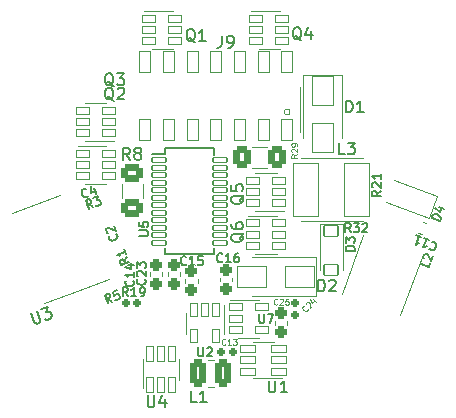
<source format=gto>
%TF.GenerationSoftware,KiCad,Pcbnew,(6.0.5)*%
%TF.CreationDate,2022-06-17T18:07:44-04:00*%
%TF.ProjectId,Maka_BMS,4d616b61-5f42-44d5-932e-6b696361645f,rev?*%
%TF.SameCoordinates,Original*%
%TF.FileFunction,Legend,Top*%
%TF.FilePolarity,Positive*%
%FSLAX46Y46*%
G04 Gerber Fmt 4.6, Leading zero omitted, Abs format (unit mm)*
G04 Created by KiCad (PCBNEW (6.0.5)) date 2022-06-17 18:07:44*
%MOMM*%
%LPD*%
G01*
G04 APERTURE LIST*
G04 Aperture macros list*
%AMRoundRect*
0 Rectangle with rounded corners*
0 $1 Rounding radius*
0 $2 $3 $4 $5 $6 $7 $8 $9 X,Y pos of 4 corners*
0 Add a 4 corners polygon primitive as box body*
4,1,4,$2,$3,$4,$5,$6,$7,$8,$9,$2,$3,0*
0 Add four circle primitives for the rounded corners*
1,1,$1+$1,$2,$3*
1,1,$1+$1,$4,$5*
1,1,$1+$1,$6,$7*
1,1,$1+$1,$8,$9*
0 Add four rect primitives between the rounded corners*
20,1,$1+$1,$2,$3,$4,$5,0*
20,1,$1+$1,$4,$5,$6,$7,0*
20,1,$1+$1,$6,$7,$8,$9,0*
20,1,$1+$1,$8,$9,$2,$3,0*%
G04 Aperture macros list end*
%ADD10C,0.150000*%
%ADD11C,0.110000*%
%ADD12C,0.125000*%
%ADD13C,0.120000*%
%ADD14RoundRect,0.300000X-0.375000X-0.850000X0.375000X-0.850000X0.375000X0.850000X-0.375000X0.850000X0*%
%ADD15RoundRect,0.050000X0.325000X-0.610000X0.325000X0.610000X-0.325000X0.610000X-0.325000X-0.610000X0*%
%ADD16RoundRect,0.050000X-0.530000X-0.325000X0.530000X-0.325000X0.530000X0.325000X-0.530000X0.325000X0*%
%ADD17RoundRect,0.268750X-0.256250X0.218750X-0.256250X-0.218750X0.256250X-0.218750X0.256250X0.218750X0*%
%ADD18RoundRect,0.050000X-1.746637X1.779715X-2.481980X-0.240624X1.746637X-1.779715X2.481980X0.240624X0*%
%ADD19RoundRect,0.050000X-0.500000X-0.875000X0.500000X-0.875000X0.500000X0.875000X-0.500000X0.875000X0*%
%ADD20RoundRect,0.050000X0.530000X0.325000X-0.530000X0.325000X-0.530000X-0.325000X0.530000X-0.325000X0*%
%ADD21RoundRect,0.300001X-0.462499X-0.624999X0.462499X-0.624999X0.462499X0.624999X-0.462499X0.624999X0*%
%ADD22RoundRect,0.050000X-0.325000X0.530000X-0.325000X-0.530000X0.325000X-0.530000X0.325000X0.530000X0*%
%ADD23RoundRect,0.197500X-0.147500X-0.172500X0.147500X-0.172500X0.147500X0.172500X-0.147500X0.172500X0*%
%ADD24RoundRect,0.050000X-0.600000X0.450000X-0.600000X-0.450000X0.600000X-0.450000X0.600000X0.450000X0*%
%ADD25RoundRect,0.300001X-0.624999X0.462499X-0.624999X-0.462499X0.624999X-0.462499X0.624999X0.462499X0*%
%ADD26RoundRect,0.050000X0.610000X0.325000X-0.610000X0.325000X-0.610000X-0.325000X0.610000X-0.325000X0*%
%ADD27RoundRect,0.050000X-0.900000X1.250000X-0.900000X-1.250000X0.900000X-1.250000X0.900000X1.250000X0*%
%ADD28RoundRect,0.197500X-0.212545X0.079606X-0.111649X-0.197603X0.212545X-0.079606X0.111649X0.197603X0*%
%ADD29RoundRect,0.197500X-0.079606X-0.212545X0.197603X-0.111649X0.079606X0.212545X-0.197603X0.111649X0*%
%ADD30RoundRect,0.197500X0.079606X0.212545X-0.197603X0.111649X-0.079606X-0.212545X0.197603X-0.111649X0*%
%ADD31RoundRect,0.050000X1.250000X0.900000X-1.250000X0.900000X-1.250000X-0.900000X1.250000X-0.900000X0*%
%ADD32RoundRect,0.050000X-1.075000X-2.250000X1.075000X-2.250000X1.075000X2.250000X-1.075000X2.250000X0*%
%ADD33RoundRect,0.268750X-0.293200X-0.165979X0.117915X-0.315613X0.293200X0.165979X-0.117915X0.315613X0*%
%ADD34RoundRect,0.197500X0.197603X0.111649X-0.079606X0.212545X-0.197603X-0.111649X0.079606X-0.212545X0*%
%ADD35RoundRect,0.050000X1.320061X0.264462X-0.841232X1.051108X-1.320061X-0.264462X0.841232X-1.051108X0*%
%ADD36RoundRect,0.050000X0.826722X0.444022X-0.347894X0.871547X-0.826722X-0.444022X0.347894X-0.871547X0*%
%ADD37RoundRect,0.197500X-0.197603X-0.111649X0.079606X-0.212545X0.197603X0.111649X-0.079606X0.212545X0*%
%ADD38RoundRect,0.050000X-0.600000X-0.200000X0.600000X-0.200000X0.600000X0.200000X-0.600000X0.200000X0*%
%ADD39RoundRect,0.150000X0.564852X0.312007X-0.633256X-0.124069X-0.564852X-0.312007X0.633256X0.124069X0*%
%ADD40RoundRect,0.197500X0.172500X-0.147500X0.172500X0.147500X-0.172500X0.147500X-0.172500X-0.147500X0*%
%ADD41RoundRect,0.268750X0.256250X-0.218750X0.256250X0.218750X-0.256250X0.218750X-0.256250X-0.218750X0*%
%ADD42C,1.600000*%
G04 APERTURE END LIST*
D10*
%TO.C,L1*%
X150733333Y-119902380D02*
X150257142Y-119902380D01*
X150257142Y-118902380D01*
X151590476Y-119902380D02*
X151019047Y-119902380D01*
X151304761Y-119902380D02*
X151304761Y-118902380D01*
X151209523Y-119045238D01*
X151114285Y-119140476D01*
X151019047Y-119188095D01*
%TO.C,U4*%
X146588095Y-119302380D02*
X146588095Y-120111904D01*
X146635714Y-120207142D01*
X146683333Y-120254761D01*
X146778571Y-120302380D01*
X146969047Y-120302380D01*
X147064285Y-120254761D01*
X147111904Y-120207142D01*
X147159523Y-120111904D01*
X147159523Y-119302380D01*
X148064285Y-119635714D02*
X148064285Y-120302380D01*
X147826190Y-119254761D02*
X147588095Y-119969047D01*
X148207142Y-119969047D01*
%TO.C,Q4*%
X159604761Y-89247619D02*
X159509523Y-89200000D01*
X159414285Y-89104761D01*
X159271428Y-88961904D01*
X159176190Y-88914285D01*
X159080952Y-88914285D01*
X159128571Y-89152380D02*
X159033333Y-89104761D01*
X158938095Y-89009523D01*
X158890476Y-88819047D01*
X158890476Y-88485714D01*
X158938095Y-88295238D01*
X159033333Y-88200000D01*
X159128571Y-88152380D01*
X159319047Y-88152380D01*
X159414285Y-88200000D01*
X159509523Y-88295238D01*
X159557142Y-88485714D01*
X159557142Y-88819047D01*
X159509523Y-89009523D01*
X159414285Y-89104761D01*
X159319047Y-89152380D01*
X159128571Y-89152380D01*
X160414285Y-88485714D02*
X160414285Y-89152380D01*
X160176190Y-88104761D02*
X159938095Y-88819047D01*
X160557142Y-88819047D01*
%TO.C,C16*%
X152907857Y-107957857D02*
X152872142Y-107993571D01*
X152765000Y-108029285D01*
X152693571Y-108029285D01*
X152586428Y-107993571D01*
X152515000Y-107922142D01*
X152479285Y-107850714D01*
X152443571Y-107707857D01*
X152443571Y-107600714D01*
X152479285Y-107457857D01*
X152515000Y-107386428D01*
X152586428Y-107315000D01*
X152693571Y-107279285D01*
X152765000Y-107279285D01*
X152872142Y-107315000D01*
X152907857Y-107350714D01*
X153622142Y-108029285D02*
X153193571Y-108029285D01*
X153407857Y-108029285D02*
X153407857Y-107279285D01*
X153336428Y-107386428D01*
X153265000Y-107457857D01*
X153193571Y-107493571D01*
X154265000Y-107279285D02*
X154122142Y-107279285D01*
X154050714Y-107315000D01*
X154015000Y-107350714D01*
X153943571Y-107457857D01*
X153907857Y-107600714D01*
X153907857Y-107886428D01*
X153943571Y-107957857D01*
X153979285Y-107993571D01*
X154050714Y-108029285D01*
X154193571Y-108029285D01*
X154265000Y-107993571D01*
X154300714Y-107957857D01*
X154336428Y-107886428D01*
X154336428Y-107707857D01*
X154300714Y-107636428D01*
X154265000Y-107600714D01*
X154193571Y-107565000D01*
X154050714Y-107565000D01*
X153979285Y-107600714D01*
X153943571Y-107636428D01*
X153907857Y-107707857D01*
%TO.C,L2*%
X170526070Y-108133504D02*
X170403920Y-108469108D01*
X169699151Y-108212593D01*
X169961712Y-107700056D02*
X169940366Y-107654280D01*
X169931236Y-107574944D01*
X169992311Y-107407142D01*
X170050301Y-107352236D01*
X170096077Y-107330891D01*
X170175413Y-107321760D01*
X170242534Y-107346190D01*
X170331000Y-107416396D01*
X170587145Y-107965701D01*
X170745940Y-107529416D01*
%TO.C,J9*%
X152866666Y-88852380D02*
X152866666Y-89566666D01*
X152819047Y-89709523D01*
X152723809Y-89804761D01*
X152580952Y-89852380D01*
X152485714Y-89852380D01*
X153390476Y-89852380D02*
X153580952Y-89852380D01*
X153676190Y-89804761D01*
X153723809Y-89757142D01*
X153819047Y-89614285D01*
X153866666Y-89423809D01*
X153866666Y-89042857D01*
X153819047Y-88947619D01*
X153771428Y-88900000D01*
X153676190Y-88852380D01*
X153485714Y-88852380D01*
X153390476Y-88900000D01*
X153342857Y-88947619D01*
X153295238Y-89042857D01*
X153295238Y-89280952D01*
X153342857Y-89376190D01*
X153390476Y-89423809D01*
X153485714Y-89471428D01*
X153676190Y-89471428D01*
X153771428Y-89423809D01*
X153819047Y-89376190D01*
X153866666Y-89280952D01*
%TO.C,Q5*%
X154747619Y-102345238D02*
X154700000Y-102440476D01*
X154604761Y-102535714D01*
X154461904Y-102678571D01*
X154414285Y-102773809D01*
X154414285Y-102869047D01*
X154652380Y-102821428D02*
X154604761Y-102916666D01*
X154509523Y-103011904D01*
X154319047Y-103059523D01*
X153985714Y-103059523D01*
X153795238Y-103011904D01*
X153700000Y-102916666D01*
X153652380Y-102821428D01*
X153652380Y-102630952D01*
X153700000Y-102535714D01*
X153795238Y-102440476D01*
X153985714Y-102392857D01*
X154319047Y-102392857D01*
X154509523Y-102440476D01*
X154604761Y-102535714D01*
X154652380Y-102630952D01*
X154652380Y-102821428D01*
X153652380Y-101488095D02*
X153652380Y-101964285D01*
X154128571Y-102011904D01*
X154080952Y-101964285D01*
X154033333Y-101869047D01*
X154033333Y-101630952D01*
X154080952Y-101535714D01*
X154128571Y-101488095D01*
X154223809Y-101440476D01*
X154461904Y-101440476D01*
X154557142Y-101488095D01*
X154604761Y-101535714D01*
X154652380Y-101630952D01*
X154652380Y-101869047D01*
X154604761Y-101964285D01*
X154557142Y-102011904D01*
%TO.C,Q3*%
X143704761Y-93147619D02*
X143609523Y-93100000D01*
X143514285Y-93004761D01*
X143371428Y-92861904D01*
X143276190Y-92814285D01*
X143180952Y-92814285D01*
X143228571Y-93052380D02*
X143133333Y-93004761D01*
X143038095Y-92909523D01*
X142990476Y-92719047D01*
X142990476Y-92385714D01*
X143038095Y-92195238D01*
X143133333Y-92100000D01*
X143228571Y-92052380D01*
X143419047Y-92052380D01*
X143514285Y-92100000D01*
X143609523Y-92195238D01*
X143657142Y-92385714D01*
X143657142Y-92719047D01*
X143609523Y-92909523D01*
X143514285Y-93004761D01*
X143419047Y-93052380D01*
X143228571Y-93052380D01*
X143990476Y-92052380D02*
X144609523Y-92052380D01*
X144276190Y-92433333D01*
X144419047Y-92433333D01*
X144514285Y-92480952D01*
X144561904Y-92528571D01*
X144609523Y-92623809D01*
X144609523Y-92861904D01*
X144561904Y-92957142D01*
X144514285Y-93004761D01*
X144419047Y-93052380D01*
X144133333Y-93052380D01*
X144038095Y-93004761D01*
X143990476Y-92957142D01*
%TO.C,Q2*%
X143704761Y-94347619D02*
X143609523Y-94300000D01*
X143514285Y-94204761D01*
X143371428Y-94061904D01*
X143276190Y-94014285D01*
X143180952Y-94014285D01*
X143228571Y-94252380D02*
X143133333Y-94204761D01*
X143038095Y-94109523D01*
X142990476Y-93919047D01*
X142990476Y-93585714D01*
X143038095Y-93395238D01*
X143133333Y-93300000D01*
X143228571Y-93252380D01*
X143419047Y-93252380D01*
X143514285Y-93300000D01*
X143609523Y-93395238D01*
X143657142Y-93585714D01*
X143657142Y-93919047D01*
X143609523Y-94109523D01*
X143514285Y-94204761D01*
X143419047Y-94252380D01*
X143228571Y-94252380D01*
X144038095Y-93347619D02*
X144085714Y-93300000D01*
X144180952Y-93252380D01*
X144419047Y-93252380D01*
X144514285Y-93300000D01*
X144561904Y-93347619D01*
X144609523Y-93442857D01*
X144609523Y-93538095D01*
X144561904Y-93680952D01*
X143990476Y-94252380D01*
X144609523Y-94252380D01*
%TO.C,C23*%
X146367857Y-109482142D02*
X146403571Y-109517857D01*
X146439285Y-109625000D01*
X146439285Y-109696428D01*
X146403571Y-109803571D01*
X146332142Y-109875000D01*
X146260714Y-109910714D01*
X146117857Y-109946428D01*
X146010714Y-109946428D01*
X145867857Y-109910714D01*
X145796428Y-109875000D01*
X145725000Y-109803571D01*
X145689285Y-109696428D01*
X145689285Y-109625000D01*
X145725000Y-109517857D01*
X145760714Y-109482142D01*
X145760714Y-109196428D02*
X145725000Y-109160714D01*
X145689285Y-109089285D01*
X145689285Y-108910714D01*
X145725000Y-108839285D01*
X145760714Y-108803571D01*
X145832142Y-108767857D01*
X145903571Y-108767857D01*
X146010714Y-108803571D01*
X146439285Y-109232142D01*
X146439285Y-108767857D01*
X145689285Y-108517857D02*
X145689285Y-108053571D01*
X145975000Y-108303571D01*
X145975000Y-108196428D01*
X146010714Y-108125000D01*
X146046428Y-108089285D01*
X146117857Y-108053571D01*
X146296428Y-108053571D01*
X146367857Y-108089285D01*
X146403571Y-108125000D01*
X146439285Y-108196428D01*
X146439285Y-108410714D01*
X146403571Y-108482142D01*
X146367857Y-108517857D01*
D11*
%TO.C,R29*%
X159256190Y-98901428D02*
X159018095Y-99068095D01*
X159256190Y-99187142D02*
X158756190Y-99187142D01*
X158756190Y-98996666D01*
X158780000Y-98949047D01*
X158803809Y-98925238D01*
X158851428Y-98901428D01*
X158922857Y-98901428D01*
X158970476Y-98925238D01*
X158994285Y-98949047D01*
X159018095Y-98996666D01*
X159018095Y-99187142D01*
X158803809Y-98710952D02*
X158780000Y-98687142D01*
X158756190Y-98639523D01*
X158756190Y-98520476D01*
X158780000Y-98472857D01*
X158803809Y-98449047D01*
X158851428Y-98425238D01*
X158899047Y-98425238D01*
X158970476Y-98449047D01*
X159256190Y-98734761D01*
X159256190Y-98425238D01*
X159256190Y-98187142D02*
X159256190Y-98091904D01*
X159232380Y-98044285D01*
X159208571Y-98020476D01*
X159137142Y-97972857D01*
X159041904Y-97949047D01*
X158851428Y-97949047D01*
X158803809Y-97972857D01*
X158780000Y-97996666D01*
X158756190Y-98044285D01*
X158756190Y-98139523D01*
X158780000Y-98187142D01*
X158803809Y-98210952D01*
X158851428Y-98234761D01*
X158970476Y-98234761D01*
X159018095Y-98210952D01*
X159041904Y-98187142D01*
X159065714Y-98139523D01*
X159065714Y-98044285D01*
X159041904Y-97996666D01*
X159018095Y-97972857D01*
X158970476Y-97949047D01*
D10*
%TO.C,U2*%
X150878571Y-115239285D02*
X150878571Y-115846428D01*
X150914285Y-115917857D01*
X150950000Y-115953571D01*
X151021428Y-115989285D01*
X151164285Y-115989285D01*
X151235714Y-115953571D01*
X151271428Y-115917857D01*
X151307142Y-115846428D01*
X151307142Y-115239285D01*
X151628571Y-115310714D02*
X151664285Y-115275000D01*
X151735714Y-115239285D01*
X151914285Y-115239285D01*
X151985714Y-115275000D01*
X152021428Y-115310714D01*
X152057142Y-115382142D01*
X152057142Y-115453571D01*
X152021428Y-115560714D01*
X151592857Y-115989285D01*
X152057142Y-115989285D01*
%TO.C,R19*%
X144917857Y-110909285D02*
X144667857Y-110552142D01*
X144489285Y-110909285D02*
X144489285Y-110159285D01*
X144775000Y-110159285D01*
X144846428Y-110195000D01*
X144882142Y-110230714D01*
X144917857Y-110302142D01*
X144917857Y-110409285D01*
X144882142Y-110480714D01*
X144846428Y-110516428D01*
X144775000Y-110552142D01*
X144489285Y-110552142D01*
X145632142Y-110909285D02*
X145203571Y-110909285D01*
X145417857Y-110909285D02*
X145417857Y-110159285D01*
X145346428Y-110266428D01*
X145275000Y-110337857D01*
X145203571Y-110373571D01*
X145989285Y-110909285D02*
X146132142Y-110909285D01*
X146203571Y-110873571D01*
X146239285Y-110837857D01*
X146310714Y-110730714D01*
X146346428Y-110587857D01*
X146346428Y-110302142D01*
X146310714Y-110230714D01*
X146275000Y-110195000D01*
X146203571Y-110159285D01*
X146060714Y-110159285D01*
X145989285Y-110195000D01*
X145953571Y-110230714D01*
X145917857Y-110302142D01*
X145917857Y-110480714D01*
X145953571Y-110552142D01*
X145989285Y-110587857D01*
X146060714Y-110623571D01*
X146203571Y-110623571D01*
X146275000Y-110587857D01*
X146310714Y-110552142D01*
X146346428Y-110480714D01*
%TO.C,C15*%
X149847857Y-108197857D02*
X149812142Y-108233571D01*
X149705000Y-108269285D01*
X149633571Y-108269285D01*
X149526428Y-108233571D01*
X149455000Y-108162142D01*
X149419285Y-108090714D01*
X149383571Y-107947857D01*
X149383571Y-107840714D01*
X149419285Y-107697857D01*
X149455000Y-107626428D01*
X149526428Y-107555000D01*
X149633571Y-107519285D01*
X149705000Y-107519285D01*
X149812142Y-107555000D01*
X149847857Y-107590714D01*
X150562142Y-108269285D02*
X150133571Y-108269285D01*
X150347857Y-108269285D02*
X150347857Y-107519285D01*
X150276428Y-107626428D01*
X150205000Y-107697857D01*
X150133571Y-107733571D01*
X151240714Y-107519285D02*
X150883571Y-107519285D01*
X150847857Y-107876428D01*
X150883571Y-107840714D01*
X150955000Y-107805000D01*
X151133571Y-107805000D01*
X151205000Y-107840714D01*
X151240714Y-107876428D01*
X151276428Y-107947857D01*
X151276428Y-108126428D01*
X151240714Y-108197857D01*
X151205000Y-108233571D01*
X151133571Y-108269285D01*
X150955000Y-108269285D01*
X150883571Y-108233571D01*
X150847857Y-108197857D01*
%TO.C,D3*%
X164129285Y-107053571D02*
X163379285Y-107053571D01*
X163379285Y-106875000D01*
X163415000Y-106767857D01*
X163486428Y-106696428D01*
X163557857Y-106660714D01*
X163700714Y-106625000D01*
X163807857Y-106625000D01*
X163950714Y-106660714D01*
X164022142Y-106696428D01*
X164093571Y-106767857D01*
X164129285Y-106875000D01*
X164129285Y-107053571D01*
X163379285Y-106375000D02*
X163379285Y-105910714D01*
X163665000Y-106160714D01*
X163665000Y-106053571D01*
X163700714Y-105982142D01*
X163736428Y-105946428D01*
X163807857Y-105910714D01*
X163986428Y-105910714D01*
X164057857Y-105946428D01*
X164093571Y-105982142D01*
X164129285Y-106053571D01*
X164129285Y-106267857D01*
X164093571Y-106339285D01*
X164057857Y-106375000D01*
%TO.C,Q1*%
X150604761Y-89397619D02*
X150509523Y-89350000D01*
X150414285Y-89254761D01*
X150271428Y-89111904D01*
X150176190Y-89064285D01*
X150080952Y-89064285D01*
X150128571Y-89302380D02*
X150033333Y-89254761D01*
X149938095Y-89159523D01*
X149890476Y-88969047D01*
X149890476Y-88635714D01*
X149938095Y-88445238D01*
X150033333Y-88350000D01*
X150128571Y-88302380D01*
X150319047Y-88302380D01*
X150414285Y-88350000D01*
X150509523Y-88445238D01*
X150557142Y-88635714D01*
X150557142Y-88969047D01*
X150509523Y-89159523D01*
X150414285Y-89254761D01*
X150319047Y-89302380D01*
X150128571Y-89302380D01*
X151509523Y-89302380D02*
X150938095Y-89302380D01*
X151223809Y-89302380D02*
X151223809Y-88302380D01*
X151128571Y-88445238D01*
X151033333Y-88540476D01*
X150938095Y-88588095D01*
%TO.C,C14*%
X145367857Y-109582142D02*
X145403571Y-109617857D01*
X145439285Y-109725000D01*
X145439285Y-109796428D01*
X145403571Y-109903571D01*
X145332142Y-109975000D01*
X145260714Y-110010714D01*
X145117857Y-110046428D01*
X145010714Y-110046428D01*
X144867857Y-110010714D01*
X144796428Y-109975000D01*
X144725000Y-109903571D01*
X144689285Y-109796428D01*
X144689285Y-109725000D01*
X144725000Y-109617857D01*
X144760714Y-109582142D01*
X145439285Y-108867857D02*
X145439285Y-109296428D01*
X145439285Y-109082142D02*
X144689285Y-109082142D01*
X144796428Y-109153571D01*
X144867857Y-109225000D01*
X144903571Y-109296428D01*
X144939285Y-108225000D02*
X145439285Y-108225000D01*
X144653571Y-108403571D02*
X145189285Y-108582142D01*
X145189285Y-108117857D01*
%TO.C,R8*%
X145083333Y-99352380D02*
X144750000Y-98876190D01*
X144511904Y-99352380D02*
X144511904Y-98352380D01*
X144892857Y-98352380D01*
X144988095Y-98400000D01*
X145035714Y-98447619D01*
X145083333Y-98542857D01*
X145083333Y-98685714D01*
X145035714Y-98780952D01*
X144988095Y-98828571D01*
X144892857Y-98876190D01*
X144511904Y-98876190D01*
X145654761Y-98780952D02*
X145559523Y-98733333D01*
X145511904Y-98685714D01*
X145464285Y-98590476D01*
X145464285Y-98542857D01*
X145511904Y-98447619D01*
X145559523Y-98400000D01*
X145654761Y-98352380D01*
X145845238Y-98352380D01*
X145940476Y-98400000D01*
X145988095Y-98447619D01*
X146035714Y-98542857D01*
X146035714Y-98590476D01*
X145988095Y-98685714D01*
X145940476Y-98733333D01*
X145845238Y-98780952D01*
X145654761Y-98780952D01*
X145559523Y-98828571D01*
X145511904Y-98876190D01*
X145464285Y-98971428D01*
X145464285Y-99161904D01*
X145511904Y-99257142D01*
X145559523Y-99304761D01*
X145654761Y-99352380D01*
X145845238Y-99352380D01*
X145940476Y-99304761D01*
X145988095Y-99257142D01*
X146035714Y-99161904D01*
X146035714Y-98971428D01*
X145988095Y-98876190D01*
X145940476Y-98828571D01*
X145845238Y-98780952D01*
%TO.C,U1*%
X156838095Y-118052380D02*
X156838095Y-118861904D01*
X156885714Y-118957142D01*
X156933333Y-119004761D01*
X157028571Y-119052380D01*
X157219047Y-119052380D01*
X157314285Y-119004761D01*
X157361904Y-118957142D01*
X157409523Y-118861904D01*
X157409523Y-118052380D01*
X158409523Y-119052380D02*
X157838095Y-119052380D01*
X158123809Y-119052380D02*
X158123809Y-118052380D01*
X158028571Y-118195238D01*
X157933333Y-118290476D01*
X157838095Y-118338095D01*
%TO.C,D1*%
X163361904Y-95352380D02*
X163361904Y-94352380D01*
X163600000Y-94352380D01*
X163742857Y-94400000D01*
X163838095Y-94495238D01*
X163885714Y-94590476D01*
X163933333Y-94780952D01*
X163933333Y-94923809D01*
X163885714Y-95114285D01*
X163838095Y-95209523D01*
X163742857Y-95304761D01*
X163600000Y-95352380D01*
X163361904Y-95352380D01*
X164885714Y-95352380D02*
X164314285Y-95352380D01*
X164600000Y-95352380D02*
X164600000Y-94352380D01*
X164504761Y-94495238D01*
X164409523Y-94590476D01*
X164314285Y-94638095D01*
%TO.C,C2*%
X143894455Y-105625849D02*
X143940231Y-105647194D01*
X144010436Y-105735660D01*
X144034866Y-105802781D01*
X144037951Y-105915678D01*
X143995260Y-106007229D01*
X143940354Y-106065219D01*
X143818327Y-106147639D01*
X143717646Y-106184284D01*
X143571189Y-106199584D01*
X143491853Y-106190454D01*
X143400302Y-106147763D01*
X143330097Y-106059296D01*
X143305667Y-105992175D01*
X143302582Y-105879279D01*
X143323928Y-105833504D01*
X143226208Y-105565020D02*
X143180432Y-105543675D01*
X143122442Y-105488769D01*
X143061367Y-105320966D01*
X143070497Y-105241631D01*
X143091843Y-105195855D01*
X143146749Y-105137865D01*
X143213869Y-105113435D01*
X143326766Y-105110350D01*
X143876071Y-105366495D01*
X143717276Y-104930210D01*
%TO.C,R3*%
X141998580Y-103361576D02*
X141641507Y-103111477D01*
X141595855Y-103508156D02*
X141339340Y-102803387D01*
X141607824Y-102705667D01*
X141687159Y-102714797D01*
X141732935Y-102736143D01*
X141790925Y-102791049D01*
X141827570Y-102891730D01*
X141818440Y-102971066D01*
X141797095Y-103016841D01*
X141742189Y-103074832D01*
X141473705Y-103172552D01*
X141976989Y-102571302D02*
X142413274Y-102412507D01*
X142276071Y-102766495D01*
X142376753Y-102729850D01*
X142456089Y-102738981D01*
X142501864Y-102760326D01*
X142559854Y-102815232D01*
X142620929Y-102983034D01*
X142611799Y-103062370D01*
X142590454Y-103108146D01*
X142535548Y-103166136D01*
X142334185Y-103239426D01*
X142254849Y-103230296D01*
X142209074Y-103208950D01*
%TO.C,R1*%
X144861576Y-107601419D02*
X144611477Y-107958492D01*
X145008156Y-108004144D02*
X144303387Y-108260659D01*
X144205667Y-107992175D01*
X144214797Y-107912840D01*
X144236143Y-107867064D01*
X144291049Y-107809074D01*
X144391730Y-107772429D01*
X144471066Y-107781559D01*
X144516841Y-107802904D01*
X144574832Y-107857810D01*
X144672552Y-108126294D01*
X144617276Y-106930210D02*
X144763856Y-107332935D01*
X144690566Y-107131572D02*
X143985797Y-107388087D01*
X144110908Y-107418563D01*
X144202459Y-107461254D01*
X144260449Y-107516160D01*
%TO.C,C4*%
X141574150Y-102394455D02*
X141552805Y-102440231D01*
X141464339Y-102510436D01*
X141397218Y-102534866D01*
X141284321Y-102537951D01*
X141192770Y-102495260D01*
X141134780Y-102440354D01*
X141052360Y-102318327D01*
X141015715Y-102217646D01*
X141000415Y-102071189D01*
X141009545Y-101991853D01*
X141052236Y-101900302D01*
X141140703Y-101830097D01*
X141207824Y-101805667D01*
X141320720Y-101802582D01*
X141366495Y-101823928D01*
X142031659Y-101771860D02*
X142202669Y-102241706D01*
X141766136Y-101564451D02*
X141781559Y-102128933D01*
X142217845Y-101970138D01*
%TO.C,Q6*%
X154747619Y-105570238D02*
X154700000Y-105665476D01*
X154604761Y-105760714D01*
X154461904Y-105903571D01*
X154414285Y-105998809D01*
X154414285Y-106094047D01*
X154652380Y-106046428D02*
X154604761Y-106141666D01*
X154509523Y-106236904D01*
X154319047Y-106284523D01*
X153985714Y-106284523D01*
X153795238Y-106236904D01*
X153700000Y-106141666D01*
X153652380Y-106046428D01*
X153652380Y-105855952D01*
X153700000Y-105760714D01*
X153795238Y-105665476D01*
X153985714Y-105617857D01*
X154319047Y-105617857D01*
X154509523Y-105665476D01*
X154604761Y-105760714D01*
X154652380Y-105855952D01*
X154652380Y-106046428D01*
X153652380Y-104760714D02*
X153652380Y-104951190D01*
X153700000Y-105046428D01*
X153747619Y-105094047D01*
X153890476Y-105189285D01*
X154080952Y-105236904D01*
X154461904Y-105236904D01*
X154557142Y-105189285D01*
X154604761Y-105141666D01*
X154652380Y-105046428D01*
X154652380Y-104855952D01*
X154604761Y-104760714D01*
X154557142Y-104713095D01*
X154461904Y-104665476D01*
X154223809Y-104665476D01*
X154128571Y-104713095D01*
X154080952Y-104760714D01*
X154033333Y-104855952D01*
X154033333Y-105046428D01*
X154080952Y-105141666D01*
X154128571Y-105189285D01*
X154223809Y-105236904D01*
%TO.C,D2*%
X161011904Y-110502380D02*
X161011904Y-109502380D01*
X161250000Y-109502380D01*
X161392857Y-109550000D01*
X161488095Y-109645238D01*
X161535714Y-109740476D01*
X161583333Y-109930952D01*
X161583333Y-110073809D01*
X161535714Y-110264285D01*
X161488095Y-110359523D01*
X161392857Y-110454761D01*
X161250000Y-110502380D01*
X161011904Y-110502380D01*
X161964285Y-109597619D02*
X162011904Y-109550000D01*
X162107142Y-109502380D01*
X162345238Y-109502380D01*
X162440476Y-109550000D01*
X162488095Y-109597619D01*
X162535714Y-109692857D01*
X162535714Y-109788095D01*
X162488095Y-109930952D01*
X161916666Y-110502380D01*
X162535714Y-110502380D01*
%TO.C,L3*%
X163283333Y-98902380D02*
X162807142Y-98902380D01*
X162807142Y-97902380D01*
X163521428Y-97902380D02*
X164140476Y-97902380D01*
X163807142Y-98283333D01*
X163950000Y-98283333D01*
X164045238Y-98330952D01*
X164092857Y-98378571D01*
X164140476Y-98473809D01*
X164140476Y-98711904D01*
X164092857Y-98807142D01*
X164045238Y-98854761D01*
X163950000Y-98902380D01*
X163664285Y-98902380D01*
X163569047Y-98854761D01*
X163521428Y-98807142D01*
%TO.C,C11*%
X170644678Y-106313199D02*
X170690454Y-106291853D01*
X170803350Y-106294938D01*
X170870471Y-106319368D01*
X170958937Y-106389573D01*
X171001628Y-106481124D01*
X171010759Y-106560460D01*
X170995459Y-106706917D01*
X170958814Y-106807598D01*
X170876393Y-106929625D01*
X170818403Y-106984531D01*
X170726852Y-107027222D01*
X170613956Y-107024137D01*
X170546835Y-106999707D01*
X170458368Y-106929502D01*
X170437023Y-106883726D01*
X169997899Y-106001778D02*
X170400625Y-106148358D01*
X170199262Y-106075068D02*
X169942747Y-106779837D01*
X170046513Y-106703586D01*
X170138064Y-106660895D01*
X170217399Y-106651765D01*
X169326690Y-105757478D02*
X169729416Y-105904058D01*
X169528053Y-105830768D02*
X169271538Y-106535537D01*
X169375304Y-106459286D01*
X169466855Y-106416595D01*
X169546190Y-106407464D01*
%TO.C,R32*%
X163767857Y-105489285D02*
X163517857Y-105132142D01*
X163339285Y-105489285D02*
X163339285Y-104739285D01*
X163625000Y-104739285D01*
X163696428Y-104775000D01*
X163732142Y-104810714D01*
X163767857Y-104882142D01*
X163767857Y-104989285D01*
X163732142Y-105060714D01*
X163696428Y-105096428D01*
X163625000Y-105132142D01*
X163339285Y-105132142D01*
X164017857Y-104739285D02*
X164482142Y-104739285D01*
X164232142Y-105025000D01*
X164339285Y-105025000D01*
X164410714Y-105060714D01*
X164446428Y-105096428D01*
X164482142Y-105167857D01*
X164482142Y-105346428D01*
X164446428Y-105417857D01*
X164410714Y-105453571D01*
X164339285Y-105489285D01*
X164125000Y-105489285D01*
X164053571Y-105453571D01*
X164017857Y-105417857D01*
X164767857Y-104810714D02*
X164803571Y-104775000D01*
X164875000Y-104739285D01*
X165053571Y-104739285D01*
X165125000Y-104775000D01*
X165160714Y-104810714D01*
X165196428Y-104882142D01*
X165196428Y-104953571D01*
X165160714Y-105060714D01*
X164732142Y-105489285D01*
X165196428Y-105489285D01*
%TO.C,D4*%
X171329491Y-104536229D02*
X170624722Y-104279714D01*
X170685797Y-104111912D01*
X170756002Y-104023445D01*
X170847553Y-103980754D01*
X170926889Y-103971624D01*
X171073346Y-103986924D01*
X171174027Y-104023569D01*
X171296054Y-104105989D01*
X171350960Y-104163980D01*
X171393651Y-104255530D01*
X171390566Y-104368427D01*
X171329491Y-104536229D01*
X171226095Y-103358405D02*
X171695941Y-103529416D01*
X170896536Y-103428488D02*
X171338868Y-103779515D01*
X171497663Y-103343229D01*
%TO.C,R21*%
X166339285Y-101982142D02*
X165982142Y-102232142D01*
X166339285Y-102410714D02*
X165589285Y-102410714D01*
X165589285Y-102125000D01*
X165625000Y-102053571D01*
X165660714Y-102017857D01*
X165732142Y-101982142D01*
X165839285Y-101982142D01*
X165910714Y-102017857D01*
X165946428Y-102053571D01*
X165982142Y-102125000D01*
X165982142Y-102410714D01*
X165660714Y-101696428D02*
X165625000Y-101660714D01*
X165589285Y-101589285D01*
X165589285Y-101410714D01*
X165625000Y-101339285D01*
X165660714Y-101303571D01*
X165732142Y-101267857D01*
X165803571Y-101267857D01*
X165910714Y-101303571D01*
X166339285Y-101732142D01*
X166339285Y-101267857D01*
X166339285Y-100553571D02*
X166339285Y-100982142D01*
X166339285Y-100767857D02*
X165589285Y-100767857D01*
X165696428Y-100839285D01*
X165767857Y-100910714D01*
X165803571Y-100982142D01*
%TO.C,R5*%
X143598580Y-111361576D02*
X143241507Y-111111477D01*
X143195855Y-111508156D02*
X142939340Y-110803387D01*
X143207824Y-110705667D01*
X143287159Y-110714797D01*
X143332935Y-110736143D01*
X143390925Y-110791049D01*
X143427570Y-110891730D01*
X143418440Y-110971066D01*
X143397095Y-111016841D01*
X143342189Y-111074832D01*
X143073705Y-111172552D01*
X143979714Y-110424722D02*
X143644109Y-110546872D01*
X143732699Y-110894691D01*
X143754044Y-110848916D01*
X143808950Y-110790925D01*
X143976753Y-110729850D01*
X144056089Y-110738981D01*
X144101864Y-110760326D01*
X144159854Y-110815232D01*
X144220929Y-110983034D01*
X144211799Y-111062370D01*
X144190454Y-111108146D01*
X144135548Y-111166136D01*
X143967745Y-111227211D01*
X143888410Y-111218081D01*
X143842634Y-111196735D01*
%TO.C,U5*%
X145889285Y-105771428D02*
X146496428Y-105771428D01*
X146567857Y-105735714D01*
X146603571Y-105700000D01*
X146639285Y-105628571D01*
X146639285Y-105485714D01*
X146603571Y-105414285D01*
X146567857Y-105378571D01*
X146496428Y-105342857D01*
X145889285Y-105342857D01*
X145889285Y-104628571D02*
X145889285Y-104985714D01*
X146246428Y-105021428D01*
X146210714Y-104985714D01*
X146175000Y-104914285D01*
X146175000Y-104735714D01*
X146210714Y-104664285D01*
X146246428Y-104628571D01*
X146317857Y-104592857D01*
X146496428Y-104592857D01*
X146567857Y-104628571D01*
X146603571Y-104664285D01*
X146639285Y-104735714D01*
X146639285Y-104914285D01*
X146603571Y-104985714D01*
X146567857Y-105021428D01*
%TO.C,U3*%
X136696747Y-112345993D02*
X136973621Y-113106696D01*
X137050942Y-113179904D01*
X137111975Y-113208365D01*
X137217757Y-113220539D01*
X137396746Y-113155392D01*
X137469954Y-113078071D01*
X137498414Y-113017037D01*
X137510588Y-112911256D01*
X137233715Y-112150553D01*
X137591693Y-112020259D02*
X138173407Y-111808532D01*
X137990470Y-112280517D01*
X138124712Y-112231657D01*
X138230493Y-112243831D01*
X138291527Y-112272292D01*
X138368847Y-112345500D01*
X138450281Y-112569236D01*
X138438107Y-112675017D01*
X138409646Y-112736051D01*
X138336438Y-112813372D01*
X138067955Y-112911092D01*
X137962174Y-112898918D01*
X137901140Y-112870457D01*
%TO.C,U7*%
X156028571Y-112439285D02*
X156028571Y-113046428D01*
X156064285Y-113117857D01*
X156100000Y-113153571D01*
X156171428Y-113189285D01*
X156314285Y-113189285D01*
X156385714Y-113153571D01*
X156421428Y-113117857D01*
X156457142Y-113046428D01*
X156457142Y-112439285D01*
X156742857Y-112439285D02*
X157242857Y-112439285D01*
X156921428Y-113189285D01*
D12*
%TO.C,C24*%
X160148984Y-112003553D02*
X160148984Y-112037225D01*
X160115312Y-112104568D01*
X160081641Y-112138240D01*
X160014297Y-112171912D01*
X159946954Y-112171912D01*
X159896446Y-112155076D01*
X159812267Y-112104568D01*
X159761759Y-112054061D01*
X159711251Y-111969881D01*
X159694416Y-111919374D01*
X159694416Y-111852030D01*
X159728087Y-111784687D01*
X159761759Y-111751015D01*
X159829103Y-111717343D01*
X159862774Y-111717343D01*
X159997461Y-111582656D02*
X159997461Y-111548984D01*
X160014297Y-111498477D01*
X160098477Y-111414297D01*
X160148984Y-111397461D01*
X160182656Y-111397461D01*
X160233164Y-111414297D01*
X160266835Y-111447969D01*
X160300507Y-111515312D01*
X160300507Y-111919374D01*
X160519374Y-111700507D01*
X160586717Y-111161759D02*
X160822419Y-111397461D01*
X160367851Y-111111251D02*
X160536209Y-111447969D01*
X160755076Y-111229103D01*
%TO.C,C25*%
X157578571Y-111578571D02*
X157554761Y-111602380D01*
X157483333Y-111626190D01*
X157435714Y-111626190D01*
X157364285Y-111602380D01*
X157316666Y-111554761D01*
X157292857Y-111507142D01*
X157269047Y-111411904D01*
X157269047Y-111340476D01*
X157292857Y-111245238D01*
X157316666Y-111197619D01*
X157364285Y-111150000D01*
X157435714Y-111126190D01*
X157483333Y-111126190D01*
X157554761Y-111150000D01*
X157578571Y-111173809D01*
X157769047Y-111173809D02*
X157792857Y-111150000D01*
X157840476Y-111126190D01*
X157959523Y-111126190D01*
X158007142Y-111150000D01*
X158030952Y-111173809D01*
X158054761Y-111221428D01*
X158054761Y-111269047D01*
X158030952Y-111340476D01*
X157745238Y-111626190D01*
X158054761Y-111626190D01*
X158507142Y-111126190D02*
X158269047Y-111126190D01*
X158245238Y-111364285D01*
X158269047Y-111340476D01*
X158316666Y-111316666D01*
X158435714Y-111316666D01*
X158483333Y-111340476D01*
X158507142Y-111364285D01*
X158530952Y-111411904D01*
X158530952Y-111530952D01*
X158507142Y-111578571D01*
X158483333Y-111602380D01*
X158435714Y-111626190D01*
X158316666Y-111626190D01*
X158269047Y-111602380D01*
X158245238Y-111578571D01*
%TO.C,C13*%
X153178571Y-114978571D02*
X153154761Y-115002380D01*
X153083333Y-115026190D01*
X153035714Y-115026190D01*
X152964285Y-115002380D01*
X152916666Y-114954761D01*
X152892857Y-114907142D01*
X152869047Y-114811904D01*
X152869047Y-114740476D01*
X152892857Y-114645238D01*
X152916666Y-114597619D01*
X152964285Y-114550000D01*
X153035714Y-114526190D01*
X153083333Y-114526190D01*
X153154761Y-114550000D01*
X153178571Y-114573809D01*
X153654761Y-115026190D02*
X153369047Y-115026190D01*
X153511904Y-115026190D02*
X153511904Y-114526190D01*
X153464285Y-114597619D01*
X153416666Y-114645238D01*
X153369047Y-114669047D01*
X153821428Y-114526190D02*
X154130952Y-114526190D01*
X153964285Y-114716666D01*
X154035714Y-114716666D01*
X154083333Y-114740476D01*
X154107142Y-114764285D01*
X154130952Y-114811904D01*
X154130952Y-114930952D01*
X154107142Y-114978571D01*
X154083333Y-115002380D01*
X154035714Y-115026190D01*
X153892857Y-115026190D01*
X153845238Y-115002380D01*
X153821428Y-114978571D01*
D13*
%TO.C,L1*%
X151663748Y-116340000D02*
X152186252Y-116340000D01*
X151663748Y-118560000D02*
X152186252Y-118560000D01*
%TO.C,U4*%
X149285000Y-118005000D02*
X149285000Y-116245000D01*
X146215000Y-116245000D02*
X146215000Y-118675000D01*
%TO.C,Q4*%
X156000000Y-89960000D02*
X157800000Y-89960000D01*
X157800000Y-86740000D02*
X155350000Y-86740000D01*
%TO.C,C16*%
X152690000Y-109337221D02*
X152690000Y-109662779D01*
X153710000Y-109337221D02*
X153710000Y-109662779D01*
%TO.C,L2*%
X164822145Y-105766278D02*
X163016278Y-110727855D01*
X169783722Y-107572145D02*
X167977855Y-112533722D01*
%TO.C,J9*%
X159525000Y-97009800D02*
X159525000Y-93209800D01*
X158650000Y-95309800D02*
G75*
G03*
X158650000Y-95309800I-250000J0D01*
G01*
%TO.C,Q5*%
X155700000Y-103710000D02*
X158150000Y-103710000D01*
X157500000Y-100490000D02*
X155700000Y-100490000D01*
%TO.C,Q3*%
X141300000Y-97760000D02*
X143750000Y-97760000D01*
X143100000Y-94540000D02*
X141300000Y-94540000D01*
%TO.C,Q2*%
X143100000Y-98190000D02*
X140650000Y-98190000D01*
X141300000Y-101410000D02*
X143100000Y-101410000D01*
%TO.C,C23*%
X149310000Y-108887221D02*
X149310000Y-109212779D01*
X148290000Y-108887221D02*
X148290000Y-109212779D01*
%TO.C,R29*%
X155460436Y-100060000D02*
X156664564Y-100060000D01*
X155460436Y-98240000D02*
X156664564Y-98240000D01*
%TO.C,U2*%
X149840000Y-112300000D02*
X149840000Y-114100000D01*
X153060000Y-114100000D02*
X153060000Y-111650000D01*
%TO.C,C15*%
X150810000Y-109424721D02*
X150810000Y-109750279D01*
X149790000Y-109424721D02*
X149790000Y-109750279D01*
%TO.C,D3*%
X161150000Y-104800000D02*
X161150000Y-108700000D01*
X163150000Y-104800000D02*
X163150000Y-108700000D01*
X163150000Y-104800000D02*
X161150000Y-104800000D01*
%TO.C,Q1*%
X148726400Y-86782000D02*
X146276400Y-86782000D01*
X146926400Y-90002000D02*
X148726400Y-90002000D01*
%TO.C,C14*%
X147810000Y-108887221D02*
X147810000Y-109212779D01*
X146790000Y-108887221D02*
X146790000Y-109212779D01*
%TO.C,R8*%
X144390000Y-101385436D02*
X144390000Y-102589564D01*
X146210000Y-101385436D02*
X146210000Y-102589564D01*
%TO.C,U1*%
X157280000Y-114790000D02*
X155520000Y-114790000D01*
X155520000Y-117860000D02*
X157950000Y-117860000D01*
%TO.C,D1*%
X163075000Y-92150000D02*
X163075000Y-97550000D01*
X163075000Y-92150000D02*
X159775000Y-92150000D01*
X159775000Y-92150000D02*
X159775000Y-97550000D01*
%TO.C,Q6*%
X155700000Y-107310000D02*
X157500000Y-107310000D01*
X157500000Y-104090000D02*
X155050000Y-104090000D01*
%TO.C,D2*%
X160850000Y-110900000D02*
X155450000Y-110900000D01*
X160850000Y-110900000D02*
X160850000Y-107600000D01*
X160850000Y-107600000D02*
X155450000Y-107600000D01*
%TO.C,L3*%
X159535000Y-99235000D02*
X164815000Y-99235000D01*
X159535000Y-104515000D02*
X164815000Y-104515000D01*
%TO.C,C11*%
X169512616Y-105542911D02*
X169818540Y-105654258D01*
X169861476Y-104584424D02*
X170167400Y-104695771D01*
%TO.C,D4*%
X170426565Y-104301420D02*
X171110606Y-102422035D01*
X171110606Y-102422035D02*
X167445804Y-101088156D01*
X170426565Y-104301420D02*
X166761764Y-102967541D01*
D10*
%TO.C,U5*%
X148075000Y-107350000D02*
X148075000Y-106792500D01*
X152225000Y-107350000D02*
X152225000Y-106792500D01*
X148075000Y-107350000D02*
X152225000Y-107350000D01*
X148075000Y-98875000D02*
X146950000Y-98875000D01*
X148075000Y-98400000D02*
X152225000Y-98400000D01*
X152225000Y-98400000D02*
X152225000Y-98957500D01*
X148075000Y-98400000D02*
X148075000Y-98875000D01*
D13*
%TO.C,U3*%
X139894512Y-110714026D02*
X137827189Y-111466470D01*
X137134410Y-103130706D02*
X139201733Y-102378262D01*
X139894512Y-110714026D02*
X143277406Y-109482753D01*
X137134410Y-103130706D02*
X135067086Y-103883151D01*
%TO.C,U7*%
X156050000Y-111190000D02*
X153600000Y-111190000D01*
X154250000Y-114410000D02*
X156050000Y-114410000D01*
%TO.C,C25*%
X157340000Y-113312779D02*
X157340000Y-112987221D01*
X158360000Y-113312779D02*
X158360000Y-112987221D01*
%TD*%
%LPC*%
D14*
%TO.C,L1*%
X150850000Y-117450000D03*
X153000000Y-117450000D03*
%TD*%
D15*
%TO.C,U4*%
X146775000Y-118435000D03*
X147725000Y-118435000D03*
X148675000Y-118435000D03*
X148675000Y-115815000D03*
X147725000Y-115815000D03*
X146775000Y-115815000D03*
%TD*%
D16*
%TO.C,Q4*%
X155800000Y-88350000D03*
X158000000Y-88350000D03*
X155800000Y-87400000D03*
X158000000Y-87400000D03*
X155800000Y-89300000D03*
X158000000Y-89300000D03*
%TD*%
D17*
%TO.C,C16*%
X153200000Y-108712500D03*
X153200000Y-110287500D03*
%TD*%
D18*
%TO.C,L2*%
X167143894Y-107106169D03*
X165656106Y-111193831D03*
%TD*%
D19*
%TO.C,J9*%
X158400000Y-96859800D03*
X158400000Y-91109800D03*
X156400000Y-96859800D03*
X156400000Y-91109800D03*
X154400000Y-96859800D03*
X154400000Y-91109800D03*
X152400000Y-96859800D03*
X152400000Y-91109800D03*
X150400000Y-96859800D03*
X150400000Y-91109800D03*
X148400000Y-96859800D03*
X148400000Y-91109800D03*
X146400000Y-96859800D03*
X146400000Y-91109800D03*
%TD*%
D20*
%TO.C,Q5*%
X157700000Y-103050000D03*
X155500000Y-102100000D03*
X157700000Y-102100000D03*
X155500000Y-103050000D03*
X157700000Y-101150000D03*
X155500000Y-101150000D03*
%TD*%
%TO.C,Q3*%
X143300000Y-97100000D03*
X141100000Y-97100000D03*
X141100000Y-96150000D03*
X143300000Y-96150000D03*
X143300000Y-95200000D03*
X141100000Y-95200000D03*
%TD*%
D16*
%TO.C,Q2*%
X143300000Y-98850000D03*
X141100000Y-99800000D03*
X141100000Y-98850000D03*
X143300000Y-99800000D03*
X141100000Y-100750000D03*
X143300000Y-100750000D03*
%TD*%
D17*
%TO.C,C23*%
X148800000Y-108262500D03*
X148800000Y-109837500D03*
%TD*%
D21*
%TO.C,R29*%
X154575000Y-99150000D03*
X157550000Y-99150000D03*
%TD*%
D22*
%TO.C,U2*%
X152400000Y-112100000D03*
X151450000Y-112100000D03*
X150500000Y-112100000D03*
X150500000Y-114300000D03*
X152400000Y-114300000D03*
%TD*%
D23*
%TO.C,R19*%
X144750000Y-111500000D03*
X145720000Y-111500000D03*
%TD*%
D17*
%TO.C,C15*%
X150300000Y-108800000D03*
X150300000Y-110375000D03*
%TD*%
D24*
%TO.C,D3*%
X162150000Y-105400000D03*
X162150000Y-108700000D03*
%TD*%
D16*
%TO.C,Q1*%
X146726400Y-88392000D03*
X148926400Y-88392000D03*
X146726400Y-87442000D03*
X148926400Y-87442000D03*
X146726400Y-89342000D03*
X148926400Y-89342000D03*
%TD*%
D17*
%TO.C,C14*%
X147300000Y-108262500D03*
X147300000Y-109837500D03*
%TD*%
D25*
%TO.C,R8*%
X145300000Y-100500000D03*
X145300000Y-103475000D03*
%TD*%
D26*
%TO.C,U1*%
X157710000Y-117300000D03*
X157710000Y-116350000D03*
X157710000Y-115400000D03*
X155090000Y-115400000D03*
X155090000Y-116350000D03*
X155090000Y-117300000D03*
%TD*%
D27*
%TO.C,D1*%
X161425000Y-93550000D03*
X161425000Y-97550000D03*
%TD*%
D28*
%TO.C,C2*%
X142759120Y-105894249D03*
X143090880Y-106805751D03*
%TD*%
D29*
%TO.C,R3*%
X142338498Y-104841760D03*
X143250000Y-104510000D03*
%TD*%
D28*
%TO.C,R1*%
X143815880Y-108605751D03*
X143484120Y-107694249D03*
%TD*%
D30*
%TO.C,C4*%
X142895751Y-103514120D03*
X141984249Y-103845880D03*
%TD*%
D16*
%TO.C,Q6*%
X155500000Y-105700000D03*
X155500000Y-104750000D03*
X157700000Y-105700000D03*
X157700000Y-104750000D03*
X155500000Y-106650000D03*
X157700000Y-106650000D03*
%TD*%
D31*
%TO.C,D2*%
X159450000Y-109250000D03*
X155450000Y-109250000D03*
%TD*%
D32*
%TO.C,L3*%
X160000000Y-101875000D03*
X164350000Y-101875000D03*
%TD*%
D33*
%TO.C,C11*%
X169100000Y-104850000D03*
X170580016Y-105388682D03*
%TD*%
D34*
%TO.C,R32*%
X167655751Y-105165880D03*
X166744249Y-104834120D03*
%TD*%
D35*
%TO.C,D4*%
X169500000Y-102900000D03*
D36*
X167338707Y-102113354D03*
%TD*%
D37*
%TO.C,R21*%
X168000000Y-104231760D03*
X167088498Y-103900000D03*
%TD*%
D29*
%TO.C,R5*%
X143044249Y-110190880D03*
X143955751Y-109859120D03*
%TD*%
D38*
%TO.C,U5*%
X147550000Y-99382500D03*
X147550000Y-100017500D03*
X147550000Y-100652500D03*
X147550000Y-101287500D03*
X147550000Y-101922500D03*
X147550000Y-102557500D03*
X147550000Y-103192500D03*
X147550000Y-103827500D03*
X147550000Y-104462500D03*
X147550000Y-105097500D03*
X147550000Y-105732500D03*
X147550000Y-106367500D03*
X152750000Y-106367500D03*
X152750000Y-105732500D03*
X152750000Y-105097500D03*
X152750000Y-104462500D03*
X152750000Y-103827500D03*
X152750000Y-103192500D03*
X152750000Y-102557500D03*
X152750000Y-101922500D03*
X152750000Y-101287500D03*
X152750000Y-100652500D03*
X152750000Y-100017500D03*
X152750000Y-99382500D03*
%TD*%
D39*
%TO.C,U3*%
X142427053Y-109302734D03*
X142204740Y-108691934D03*
X141982427Y-108081134D03*
X141760114Y-107470334D03*
X141537801Y-106859534D03*
X141315488Y-106248733D03*
X141093175Y-105637933D03*
X140870861Y-105027133D03*
X140648548Y-104416333D03*
X140426235Y-103805533D03*
X140203922Y-103194732D03*
X139981609Y-102583932D03*
X134601869Y-104541998D03*
X134824182Y-105152798D03*
X135046495Y-105763598D03*
X135268808Y-106374398D03*
X135491121Y-106985198D03*
X135713434Y-107595999D03*
X135935747Y-108206799D03*
X136158061Y-108817599D03*
X136380374Y-109428399D03*
X136602687Y-110039199D03*
X136825000Y-110650000D03*
X137047313Y-111260800D03*
%TD*%
D16*
%TO.C,U7*%
X154050000Y-111850000D03*
X154050000Y-112800000D03*
X154050000Y-113750000D03*
X156250000Y-113750000D03*
X156250000Y-111850000D03*
%TD*%
D40*
%TO.C,C24*%
X159100000Y-112470000D03*
X159100000Y-111500000D03*
%TD*%
D41*
%TO.C,C25*%
X157850000Y-112362500D03*
X157850000Y-113937500D03*
%TD*%
D23*
%TO.C,C13*%
X152815000Y-115600000D03*
X153785000Y-115600000D03*
%TD*%
D42*
%TO.C,11.1*%
X140450000Y-93225000D03*
%TD*%
%TO.C,0.0*%
X151450000Y-94050000D03*
%TD*%
%TO.C,12V_OUT1*%
X162200000Y-90800000D03*
%TD*%
%TO.C,GND_OUT1*%
X164550000Y-93525000D03*
%TD*%
%TO.C,3.4*%
X142250000Y-91100000D03*
%TD*%
%TO.C,7.4_1*%
X145000000Y-105925000D03*
%TD*%
%TO.C,7.4_2*%
X159800000Y-105875000D03*
%TD*%
M02*

</source>
